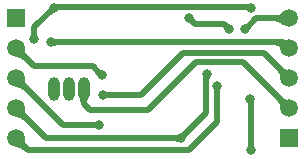
<source format=gbl>
%FSLAX25Y25*%
%MOIN*%
G70*
G01*
G75*
G04 Layer_Physical_Order=2*
G04 Layer_Color=16711680*
%ADD10R,0.03543X0.02756*%
%ADD11R,0.02756X0.03543*%
%ADD12R,0.03543X0.03150*%
%ADD13R,0.05906X0.05906*%
%ADD14R,0.08858X0.01969*%
%ADD15O,0.08858X0.01969*%
%ADD16C,0.01969*%
%ADD17C,0.00394*%
%ADD18R,0.05906X0.05906*%
%ADD19C,0.05906*%
%ADD20O,0.03937X0.07874*%
%ADD21O,0.03937X0.07874*%
%ADD22C,0.03150*%
G36*
X336038Y276873D02*
X336027Y276831D01*
X336017Y276762D01*
X336008Y276665D01*
X335987Y275999D01*
X335984Y275500D01*
X334016D01*
X333949Y276887D01*
X336051D01*
X336038Y276873D01*
D02*
G37*
G36*
X391764Y275774D02*
X389795Y274863D01*
X389793Y275041D01*
X389763Y275473D01*
X389745Y275585D01*
X389722Y275679D01*
X389696Y275758D01*
X389666Y275819D01*
X389631Y275864D01*
X389592Y275893D01*
X391692Y276564D01*
X391764Y275774D01*
D02*
G37*
G36*
X401176Y277731D02*
X401388Y277565D01*
X401611Y277419D01*
X401844Y277293D01*
X402088Y277186D01*
X402344Y277100D01*
X402609Y277033D01*
X402885Y276986D01*
X403173Y276959D01*
X403471Y276953D01*
X400547Y274029D01*
X400540Y274327D01*
X400514Y274615D01*
X400467Y274891D01*
X400400Y275156D01*
X400314Y275412D01*
X400207Y275656D01*
X400081Y275889D01*
X399935Y276112D01*
X399769Y276324D01*
X399583Y276525D01*
X400975Y277917D01*
X401176Y277731D01*
D02*
G37*
G36*
X315459Y283673D02*
X315486Y283385D01*
X315533Y283109D01*
X315600Y282843D01*
X315686Y282589D01*
X315793Y282344D01*
X315919Y282111D01*
X316065Y281888D01*
X316231Y281676D01*
X316417Y281475D01*
X315025Y280083D01*
X314824Y280269D01*
X314612Y280435D01*
X314389Y280581D01*
X314156Y280707D01*
X313912Y280814D01*
X313656Y280900D01*
X313391Y280967D01*
X313115Y281014D01*
X312827Y281041D01*
X312529Y281047D01*
X315453Y283970D01*
X315459Y283673D01*
D02*
G37*
G36*
X380639Y280403D02*
X380619Y280355D01*
X380601Y280291D01*
X380586Y280211D01*
X380573Y280114D01*
X380554Y279872D01*
X380543Y279385D01*
X378575D01*
X378574Y279563D01*
X378532Y280211D01*
X378517Y280291D01*
X378499Y280355D01*
X378479Y280403D01*
X378457Y280434D01*
X380661D01*
X380639Y280403D01*
D02*
G37*
G36*
X342656Y279580D02*
X342704Y279560D01*
X342768Y279542D01*
X342848Y279527D01*
X342945Y279514D01*
X343188Y279495D01*
X343674Y279484D01*
Y277516D01*
X343496Y277515D01*
X342848Y277473D01*
X342768Y277458D01*
X342704Y277440D01*
X342656Y277420D01*
X342625Y277398D01*
Y279602D01*
X342656Y279580D01*
D02*
G37*
G36*
X366375Y262898D02*
X366344Y262920D01*
X366296Y262940D01*
X366232Y262958D01*
X366152Y262973D01*
X366055Y262986D01*
X365812Y263005D01*
X365326Y263016D01*
Y264984D01*
X365504Y264985D01*
X366152Y265027D01*
X366232Y265042D01*
X366296Y265060D01*
X366344Y265080D01*
X366375Y265102D01*
Y262898D01*
D02*
G37*
G36*
X391765Y261996D02*
X391806Y261348D01*
X391822Y261268D01*
X391839Y261204D01*
X391860Y261156D01*
X391882Y261125D01*
X389677D01*
X389700Y261156D01*
X389720Y261204D01*
X389737Y261268D01*
X389753Y261348D01*
X389766Y261445D01*
X389785Y261688D01*
X389795Y262174D01*
X391764D01*
X391765Y261996D01*
D02*
G37*
G36*
X315459Y263673D02*
X315486Y263386D01*
X315533Y263109D01*
X315600Y262843D01*
X315686Y262589D01*
X315793Y262344D01*
X315919Y262111D01*
X316065Y261888D01*
X316231Y261676D01*
X316417Y261475D01*
X315025Y260083D01*
X314824Y260269D01*
X314612Y260435D01*
X314389Y260581D01*
X314156Y260707D01*
X313912Y260814D01*
X313656Y260900D01*
X313391Y260967D01*
X313115Y261014D01*
X312827Y261040D01*
X312529Y261047D01*
X315453Y263970D01*
X315459Y263673D01*
D02*
G37*
G36*
Y273673D02*
X315486Y273386D01*
X315533Y273109D01*
X315600Y272844D01*
X315686Y272588D01*
X315793Y272344D01*
X315919Y272111D01*
X316065Y271888D01*
X316231Y271676D01*
X316417Y271475D01*
X315025Y270083D01*
X314824Y270269D01*
X314612Y270435D01*
X314389Y270581D01*
X314156Y270707D01*
X313912Y270814D01*
X313656Y270900D01*
X313391Y270967D01*
X313115Y271014D01*
X312827Y271041D01*
X312529Y271047D01*
X315453Y273971D01*
X315459Y273673D01*
D02*
G37*
G36*
X338875Y267398D02*
X338844Y267420D01*
X338796Y267440D01*
X338732Y267458D01*
X338652Y267473D01*
X338555Y267486D01*
X338312Y267505D01*
X337826Y267516D01*
Y269484D01*
X338004Y269485D01*
X338652Y269527D01*
X338732Y269542D01*
X338796Y269560D01*
X338844Y269580D01*
X338875Y269602D01*
Y267398D01*
D02*
G37*
G36*
X369733Y264841D02*
X369608Y264714D01*
X369179Y264227D01*
X369133Y264159D01*
X369100Y264102D01*
X369081Y264054D01*
X369075Y264016D01*
X367516Y265575D01*
X367554Y265581D01*
X367602Y265600D01*
X367659Y265633D01*
X367727Y265679D01*
X367805Y265739D01*
X367990Y265897D01*
X368341Y266233D01*
X369733Y264841D01*
D02*
G37*
G36*
X377059Y284335D02*
X377034Y284302D01*
X377011Y284254D01*
X376991Y284189D01*
X376974Y284108D01*
X376959Y284010D01*
X376937Y283767D01*
X376926Y283459D01*
X376925Y283281D01*
X374957Y283376D01*
X374956Y283554D01*
X374907Y284279D01*
X374892Y284342D01*
X374875Y284388D01*
X374856Y284418D01*
X377059Y284335D01*
D02*
G37*
G36*
X371781Y304146D02*
X371800Y304098D01*
X371833Y304041D01*
X371879Y303973D01*
X371939Y303895D01*
X372097Y303710D01*
X372433Y303359D01*
X371041Y301967D01*
X370914Y302092D01*
X370427Y302521D01*
X370359Y302567D01*
X370302Y302600D01*
X370254Y302619D01*
X370216Y302625D01*
X371775Y304184D01*
X371781Y304146D01*
D02*
G37*
G36*
X401391Y301933D02*
X401176Y302139D01*
X400954Y302323D01*
X400725Y302485D01*
X400490Y302626D01*
X400249Y302745D01*
X400001Y302842D01*
X399747Y302918D01*
X399486Y302972D01*
X399218Y303005D01*
X398944Y303016D01*
Y304984D01*
X399218Y304995D01*
X399486Y305028D01*
X399747Y305082D01*
X400001Y305157D01*
X400249Y305255D01*
X400490Y305374D01*
X400725Y305515D01*
X400954Y305677D01*
X401176Y305861D01*
X401391Y306067D01*
Y301933D01*
D02*
G37*
G36*
X391042Y301227D02*
X390916Y301100D01*
X390377Y300484D01*
X390368Y300458D01*
X388973Y302165D01*
X389018Y302168D01*
X389072Y302184D01*
X389135Y302213D01*
X389207Y302256D01*
X389288Y302313D01*
X389478Y302467D01*
X389705Y302676D01*
X389831Y302800D01*
X391042Y301227D01*
D02*
G37*
G36*
X389599Y306598D02*
X389566Y306631D01*
X389517Y306661D01*
X389452Y306688D01*
X389371Y306711D01*
X389274Y306731D01*
X389161Y306747D01*
X388886Y306768D01*
X388547Y306775D01*
X388978Y308743D01*
X389962Y308772D01*
X389599Y306598D01*
D02*
G37*
G36*
X325945Y308767D02*
X325980Y308762D01*
X326033Y308757D01*
X326570Y308745D01*
X326911Y308743D01*
X327343Y306775D01*
X327165Y306773D01*
X326616Y306731D01*
X326518Y306711D01*
X326437Y306688D01*
X326372Y306661D01*
X326324Y306631D01*
X326291Y306598D01*
X325928Y308772D01*
X325945Y308767D01*
D02*
G37*
G36*
X324984Y305925D02*
X324946Y305919D01*
X324898Y305900D01*
X324840Y305867D01*
X324773Y305821D01*
X324695Y305761D01*
X324510Y305603D01*
X324159Y305267D01*
X322767Y306659D01*
X322892Y306786D01*
X323321Y307273D01*
X323367Y307341D01*
X323399Y307398D01*
X323419Y307446D01*
X323425Y307484D01*
X324984Y305925D01*
D02*
G37*
G36*
X315459Y293673D02*
X315486Y293386D01*
X315533Y293109D01*
X315600Y292844D01*
X315686Y292588D01*
X315793Y292344D01*
X315919Y292111D01*
X316065Y291888D01*
X316231Y291676D01*
X316417Y291475D01*
X315025Y290083D01*
X314824Y290269D01*
X314612Y290435D01*
X314389Y290581D01*
X314156Y290707D01*
X313912Y290814D01*
X313656Y290900D01*
X313391Y290967D01*
X313115Y291014D01*
X312827Y291040D01*
X312529Y291047D01*
X315453Y293970D01*
X315459Y293673D01*
D02*
G37*
G36*
X340286Y287108D02*
X340773Y286679D01*
X340841Y286633D01*
X340898Y286600D01*
X340946Y286581D01*
X340984Y286575D01*
X339425Y285016D01*
X339419Y285054D01*
X339400Y285102D01*
X339367Y285159D01*
X339321Y285227D01*
X339261Y285305D01*
X339103Y285490D01*
X338767Y285841D01*
X340159Y287233D01*
X340286Y287108D01*
D02*
G37*
G36*
X401176Y287731D02*
X401388Y287565D01*
X401611Y287419D01*
X401844Y287293D01*
X402088Y287186D01*
X402344Y287100D01*
X402609Y287033D01*
X402885Y286986D01*
X403173Y286960D01*
X403471Y286953D01*
X400547Y284030D01*
X400540Y284327D01*
X400514Y284614D01*
X400467Y284891D01*
X400400Y285156D01*
X400314Y285412D01*
X400207Y285656D01*
X400081Y285889D01*
X399935Y286112D01*
X399769Y286324D01*
X399583Y286525D01*
X400975Y287917D01*
X401176Y287731D01*
D02*
G37*
G36*
X319485Y298996D02*
X319527Y298348D01*
X319542Y298268D01*
X319560Y298204D01*
X319580Y298156D01*
X319602Y298125D01*
X317398D01*
X317420Y298156D01*
X317440Y298204D01*
X317458Y298268D01*
X317473Y298348D01*
X317486Y298445D01*
X317505Y298688D01*
X317516Y299174D01*
X319484D01*
X319485Y298996D01*
D02*
G37*
G36*
X325156Y297080D02*
X325204Y297060D01*
X325268Y297042D01*
X325348Y297027D01*
X325445Y297014D01*
X325688Y296995D01*
X326174Y296984D01*
Y295016D01*
X325996Y295015D01*
X325348Y294973D01*
X325268Y294958D01*
X325204Y294940D01*
X325156Y294920D01*
X325125Y294898D01*
Y297102D01*
X325156Y297080D01*
D02*
G37*
G36*
X402976Y296906D02*
X400549Y293908D01*
X400527Y294118D01*
X400474Y294307D01*
X400391Y294473D01*
X400277Y294617D01*
X400133Y294739D01*
X399959Y294839D01*
X399754Y294916D01*
X399518Y294971D01*
X399252Y295005D01*
X398956Y295016D01*
X399556Y296984D01*
X402976Y296906D01*
D02*
G37*
D16*
X390300Y277300D02*
X390779Y276820D01*
Y260000D02*
Y276820D01*
X388800Y300600D02*
X389023D01*
X392423Y304000D01*
X403500D01*
X381800Y302300D02*
X383500Y300600D01*
X325259Y307759D02*
X390631D01*
X390890Y307500D01*
X325000D02*
X325259Y307759D01*
X370200Y304200D02*
X372100Y302300D01*
X381800D01*
X312500Y294000D02*
X318500Y288000D01*
X338000D01*
X340500Y285500D01*
X324000Y296000D02*
X401500D01*
X328000Y268500D02*
X340000D01*
X312500Y284000D02*
X328000Y268500D01*
X318500Y297000D02*
Y301000D01*
X325000Y307500D01*
X335000Y275500D02*
X337000Y273500D01*
X335000Y275500D02*
Y280500D01*
X337000Y273500D02*
X356500D01*
X372500Y289500D01*
X388000D01*
X403500Y274000D01*
X341500Y278500D02*
X354000D01*
X368000Y292500D01*
X395000D01*
X403500Y284000D01*
X312500Y274000D02*
X322500Y264000D01*
X312500D02*
X316500Y260000D01*
X370000D01*
X322500Y264000D02*
X367500D01*
X375941Y272441D01*
X370000Y260000D02*
X379559Y269559D01*
X375941Y285441D02*
X376000Y285500D01*
X375941Y272441D02*
Y285441D01*
X379559Y269559D02*
Y281559D01*
D18*
X312500Y304000D02*
D03*
X403500Y264000D02*
D03*
D19*
X312500Y294000D02*
D03*
Y284000D02*
D03*
Y274000D02*
D03*
Y264000D02*
D03*
X403500Y274000D02*
D03*
Y284000D02*
D03*
Y294000D02*
D03*
Y304000D02*
D03*
D20*
X335000Y280500D02*
D03*
X325000D02*
D03*
D21*
X330000D02*
D03*
D22*
X383500Y300600D02*
D03*
X325000Y307500D02*
D03*
X390890D02*
D03*
X390779Y260000D02*
D03*
X388800Y300600D02*
D03*
X390300Y277300D02*
D03*
X370200Y304200D02*
D03*
X341000Y285000D02*
D03*
X324000Y296000D02*
D03*
X376000Y285500D02*
D03*
X340000Y268500D02*
D03*
X318500Y297000D02*
D03*
X341500Y278500D02*
D03*
X367500Y264000D02*
D03*
X379559Y281559D02*
D03*
M02*

</source>
